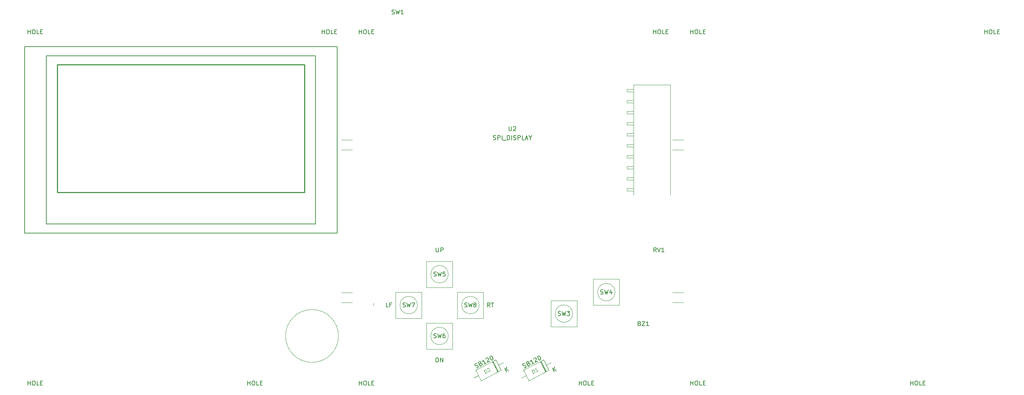
<source format=gbr>
G04 #@! TF.GenerationSoftware,KiCad,Pcbnew,(5.1.9-0-10_14)*
G04 #@! TF.CreationDate,2021-07-12T01:18:58-07:00*
G04 #@! TF.ProjectId,system,73797374-656d-42e6-9b69-6361645f7063,1.0-dev6*
G04 #@! TF.SameCoordinates,Original*
G04 #@! TF.FileFunction,Other,Fab,Top*
%FSLAX46Y46*%
G04 Gerber Fmt 4.6, Leading zero omitted, Abs format (unit mm)*
G04 Created by KiCad (PCBNEW (5.1.9-0-10_14)) date 2021-07-12 01:18:58*
%MOMM*%
%LPD*%
G01*
G04 APERTURE LIST*
%ADD10C,0.100000*%
%ADD11C,0.250000*%
%ADD12C,0.200000*%
%ADD13C,0.150000*%
%ADD14C,0.120000*%
G04 APERTURE END LIST*
D10*
X107696000Y-132669000D02*
X107696000Y-133269000D01*
X166116000Y-83866000D02*
X167636000Y-83866000D01*
X166116000Y-83266000D02*
X166116000Y-83866000D01*
X167636000Y-83266000D02*
X166116000Y-83266000D01*
X166116000Y-104186000D02*
X167636000Y-104186000D01*
X166116000Y-103586000D02*
X166116000Y-104186000D01*
X167636000Y-103586000D02*
X166116000Y-103586000D01*
X167636000Y-106126000D02*
X166116000Y-106126000D01*
X166116000Y-106726000D02*
X167636000Y-106726000D01*
X167640000Y-100076000D02*
X167636000Y-101046000D01*
X167636000Y-107696000D02*
X167636000Y-101046000D01*
X176146000Y-100076000D02*
X176146000Y-107696000D01*
X166116000Y-106126000D02*
X166116000Y-106726000D01*
X166116000Y-101046000D02*
X166116000Y-101646000D01*
X166116000Y-101646000D02*
X167636000Y-101646000D01*
X167636000Y-101046000D02*
X166116000Y-101046000D01*
X166116000Y-85806000D02*
X166116000Y-86406000D01*
X166116000Y-86406000D02*
X167636000Y-86406000D01*
X167636000Y-85806000D02*
X166116000Y-85806000D01*
X166116000Y-98506000D02*
X166116000Y-99106000D01*
X167636000Y-98506000D02*
X166116000Y-98506000D01*
X166116000Y-99106000D02*
X167636000Y-99106000D01*
X176146000Y-82296000D02*
X167640000Y-82296000D01*
X166116000Y-88346000D02*
X166116000Y-88946000D01*
X167636000Y-88346000D02*
X166116000Y-88346000D01*
X166116000Y-88946000D02*
X167636000Y-88946000D01*
X166116000Y-90886000D02*
X166116000Y-91486000D01*
X167636000Y-90886000D02*
X166116000Y-90886000D01*
X166116000Y-91486000D02*
X167636000Y-91486000D01*
X166116000Y-93426000D02*
X166116000Y-94026000D01*
X167636000Y-93426000D02*
X166116000Y-93426000D01*
X166116000Y-94026000D02*
X167636000Y-94026000D01*
X166116000Y-95966000D02*
X166116000Y-96566000D01*
X167636000Y-95966000D02*
X166116000Y-95966000D01*
X166116000Y-96566000D02*
X167636000Y-96566000D01*
X176146000Y-82296000D02*
X176146000Y-100076000D01*
X167636000Y-100076000D02*
X167640000Y-82296000D01*
X147536910Y-148411646D02*
X146290189Y-146016716D01*
X147359508Y-148503995D02*
X146112787Y-146109066D01*
X147448209Y-148457820D02*
X146201488Y-146062891D01*
X141830977Y-149860000D02*
X142904261Y-149301285D01*
X148590000Y-146341476D02*
X147516717Y-146900192D01*
X143527621Y-150498749D02*
X148140078Y-148097656D01*
X142280900Y-148103820D02*
X143527621Y-150498749D01*
X146893356Y-145702727D02*
X142280900Y-148103820D01*
X148140078Y-148097656D02*
X146893356Y-145702727D01*
X136515933Y-148411646D02*
X135269212Y-146016716D01*
X136338531Y-148503995D02*
X135091810Y-146109066D01*
X136427232Y-148457820D02*
X135180511Y-146062891D01*
X130810000Y-149860000D02*
X131883284Y-149301285D01*
X137569023Y-146341476D02*
X136495740Y-146900192D01*
X132506644Y-150498749D02*
X137119101Y-148097656D01*
X131259923Y-148103820D02*
X132506644Y-150498749D01*
X135872379Y-145702727D02*
X131259923Y-148103820D01*
X137119101Y-148097656D02*
X135872379Y-145702727D01*
D11*
X91809500Y-77596000D02*
X91809500Y-107096000D01*
X34809500Y-77596000D02*
X34809500Y-107096000D01*
D12*
X32309500Y-114396000D02*
X94309500Y-114396000D01*
X94309500Y-75596000D02*
X94309500Y-114396000D01*
X32309500Y-75596000D02*
X32309500Y-114396000D01*
X32309500Y-75596000D02*
X94309500Y-75596000D01*
D11*
X34809500Y-107096000D02*
X91809500Y-107096000D01*
X34809500Y-77596000D02*
X91809500Y-77596000D01*
D13*
X27309500Y-73496000D02*
X27309500Y-116496000D01*
X99309500Y-73496000D02*
X99309500Y-116496000D01*
X27309500Y-116496000D02*
X99309500Y-116496000D01*
X27309500Y-73496000D02*
X99309500Y-73496000D01*
D14*
X99635500Y-140208000D02*
G75*
G03*
X99635500Y-140208000I-6100000J0D01*
G01*
D10*
X153617564Y-135053000D02*
G75*
G03*
X153617564Y-135053000I-2015564J0D01*
G01*
X148602000Y-138053000D02*
X148602000Y-135053000D01*
X154602000Y-138053000D02*
X148602000Y-138053000D01*
X154602000Y-132053000D02*
X154602000Y-138053000D01*
X148602000Y-132053000D02*
X154602000Y-132053000D01*
X148602000Y-135053000D02*
X148602000Y-132053000D01*
X163396564Y-130100000D02*
G75*
G03*
X163396564Y-130100000I-2015564J0D01*
G01*
X158381000Y-133100000D02*
X158381000Y-130100000D01*
X164381000Y-133100000D02*
X158381000Y-133100000D01*
X164381000Y-127100000D02*
X164381000Y-133100000D01*
X158381000Y-127100000D02*
X164381000Y-127100000D01*
X158381000Y-130100000D02*
X158381000Y-127100000D01*
X124951564Y-125984000D02*
G75*
G03*
X124951564Y-125984000I-2015564J0D01*
G01*
X119936000Y-128984000D02*
X119936000Y-125984000D01*
X125936000Y-128984000D02*
X119936000Y-128984000D01*
X125936000Y-122984000D02*
X125936000Y-128984000D01*
X119936000Y-122984000D02*
X125936000Y-122984000D01*
X119936000Y-125984000D02*
X119936000Y-122984000D01*
X124951564Y-140208000D02*
G75*
G03*
X124951564Y-140208000I-2015564J0D01*
G01*
X125936000Y-137208000D02*
X125936000Y-140208000D01*
X119936000Y-137208000D02*
X125936000Y-137208000D01*
X119936000Y-143208000D02*
X119936000Y-137208000D01*
X125936000Y-143208000D02*
X119936000Y-143208000D01*
X125936000Y-140208000D02*
X125936000Y-143208000D01*
X117839564Y-133096000D02*
G75*
G03*
X117839564Y-133096000I-2015564J0D01*
G01*
X112824000Y-136096000D02*
X112824000Y-133096000D01*
X118824000Y-136096000D02*
X112824000Y-136096000D01*
X118824000Y-130096000D02*
X118824000Y-136096000D01*
X112824000Y-130096000D02*
X118824000Y-130096000D01*
X112824000Y-133096000D02*
X112824000Y-130096000D01*
X132063564Y-133096000D02*
G75*
G03*
X132063564Y-133096000I-2015564J0D01*
G01*
X133048000Y-130096000D02*
X133048000Y-133096000D01*
X127048000Y-130096000D02*
X133048000Y-130096000D01*
X127048000Y-136096000D02*
X127048000Y-130096000D01*
X133048000Y-136096000D02*
X127048000Y-136096000D01*
X133048000Y-133096000D02*
X133048000Y-136096000D01*
X179165000Y-132461000D02*
X176625000Y-132461000D01*
X179165000Y-130175000D02*
X176625000Y-130175000D01*
X179165000Y-94996000D02*
X176625000Y-94996000D01*
X179165000Y-97282000D02*
X176625000Y-97282000D01*
X100235000Y-94996000D02*
X102775000Y-94996000D01*
X100235000Y-97282000D02*
X102775000Y-97282000D01*
X100235000Y-132461000D02*
X102775000Y-132461000D01*
X100235000Y-130175000D02*
X102775000Y-130175000D01*
D13*
X142454384Y-147601746D02*
X142603088Y-147578021D01*
X142814281Y-147468080D01*
X142876770Y-147381866D01*
X142897021Y-147317639D01*
X142895284Y-147211174D01*
X142851308Y-147126697D01*
X142765093Y-147064207D01*
X142700866Y-147043957D01*
X142594401Y-147045694D01*
X142403458Y-147091408D01*
X142296993Y-147093145D01*
X142232767Y-147072895D01*
X142146552Y-147010405D01*
X142102576Y-146925928D01*
X142100838Y-146819463D01*
X142121089Y-146755236D01*
X142183578Y-146669022D01*
X142394771Y-146559082D01*
X142543475Y-146535356D01*
X143417185Y-146563695D02*
X143565889Y-146539970D01*
X143630116Y-146560220D01*
X143716330Y-146622709D01*
X143782294Y-146749425D01*
X143784032Y-146855891D01*
X143763781Y-146920117D01*
X143701292Y-147006332D01*
X143363383Y-147182236D01*
X142901635Y-146295225D01*
X143197305Y-146141309D01*
X143303770Y-146139572D01*
X143367997Y-146159822D01*
X143454211Y-146222311D01*
X143498187Y-146306789D01*
X143499925Y-146413254D01*
X143479674Y-146477480D01*
X143417185Y-146563695D01*
X143121515Y-146717611D01*
X144715019Y-146478619D02*
X144208155Y-146742475D01*
X144461587Y-146610547D02*
X143999838Y-145723536D01*
X143981325Y-145894228D01*
X143940824Y-146022682D01*
X143878335Y-146108896D01*
X144635155Y-145500181D02*
X144655406Y-145435955D01*
X144717895Y-145349740D01*
X144929088Y-145239800D01*
X145035553Y-145238062D01*
X145099780Y-145258313D01*
X145185994Y-145320802D01*
X145229971Y-145405279D01*
X145253696Y-145553983D01*
X145010689Y-146324703D01*
X145559791Y-146038859D01*
X145647144Y-144866003D02*
X145731622Y-144822027D01*
X145838087Y-144820290D01*
X145902313Y-144840540D01*
X145988528Y-144903030D01*
X146118719Y-145049996D01*
X146228659Y-145261189D01*
X146274372Y-145452132D01*
X146276110Y-145558597D01*
X146255859Y-145622823D01*
X146193370Y-145709038D01*
X146108893Y-145753014D01*
X146002428Y-145754752D01*
X145938201Y-145734501D01*
X145851986Y-145672012D01*
X145721796Y-145525045D01*
X145611855Y-145313852D01*
X145566142Y-145122910D01*
X145564405Y-145016445D01*
X145584655Y-144952218D01*
X145647144Y-144866003D01*
X149397721Y-148460295D02*
X148935973Y-147573285D01*
X149904585Y-148196439D02*
X149260581Y-147887468D01*
X149442836Y-147309428D02*
X149199829Y-148080148D01*
D14*
X144587735Y-148832928D02*
X144218336Y-148123319D01*
X144387290Y-148035367D01*
X144506253Y-148016386D01*
X144609016Y-148048787D01*
X144677988Y-148098779D01*
X144782140Y-148216352D01*
X144834912Y-148317724D01*
X144871482Y-148470478D01*
X144872872Y-148555651D01*
X144840471Y-148658413D01*
X144756689Y-148744975D01*
X144587735Y-148832928D01*
X145669043Y-148270034D02*
X145263553Y-148481119D01*
X145466298Y-148375576D02*
X145096899Y-147665968D01*
X145082088Y-147802521D01*
X145049688Y-147905284D01*
X144999696Y-147974256D01*
D13*
X131433407Y-147601746D02*
X131582111Y-147578021D01*
X131793304Y-147468080D01*
X131855793Y-147381866D01*
X131876044Y-147317639D01*
X131874307Y-147211174D01*
X131830331Y-147126697D01*
X131744116Y-147064207D01*
X131679889Y-147043957D01*
X131573424Y-147045694D01*
X131382481Y-147091408D01*
X131276016Y-147093145D01*
X131211790Y-147072895D01*
X131125575Y-147010405D01*
X131081599Y-146925928D01*
X131079861Y-146819463D01*
X131100112Y-146755236D01*
X131162601Y-146669022D01*
X131373794Y-146559082D01*
X131522498Y-146535356D01*
X132396208Y-146563695D02*
X132544912Y-146539970D01*
X132609139Y-146560220D01*
X132695353Y-146622709D01*
X132761317Y-146749425D01*
X132763055Y-146855891D01*
X132742804Y-146920117D01*
X132680315Y-147006332D01*
X132342406Y-147182236D01*
X131880658Y-146295225D01*
X132176328Y-146141309D01*
X132282793Y-146139572D01*
X132347020Y-146159822D01*
X132433234Y-146222311D01*
X132477210Y-146306789D01*
X132478948Y-146413254D01*
X132458697Y-146477480D01*
X132396208Y-146563695D01*
X132100538Y-146717611D01*
X133694042Y-146478619D02*
X133187178Y-146742475D01*
X133440610Y-146610547D02*
X132978861Y-145723536D01*
X132960348Y-145894228D01*
X132919847Y-146022682D01*
X132857358Y-146108896D01*
X133614178Y-145500181D02*
X133634429Y-145435955D01*
X133696918Y-145349740D01*
X133908111Y-145239800D01*
X134014576Y-145238062D01*
X134078803Y-145258313D01*
X134165017Y-145320802D01*
X134208994Y-145405279D01*
X134232719Y-145553983D01*
X133989712Y-146324703D01*
X134538814Y-146038859D01*
X134626167Y-144866003D02*
X134710645Y-144822027D01*
X134817110Y-144820290D01*
X134881336Y-144840540D01*
X134967551Y-144903030D01*
X135097742Y-145049996D01*
X135207682Y-145261189D01*
X135253395Y-145452132D01*
X135255133Y-145558597D01*
X135234882Y-145622823D01*
X135172393Y-145709038D01*
X135087916Y-145753014D01*
X134981451Y-145754752D01*
X134917224Y-145734501D01*
X134831009Y-145672012D01*
X134700819Y-145525045D01*
X134590878Y-145313852D01*
X134545165Y-145122910D01*
X134543428Y-145016445D01*
X134563678Y-144952218D01*
X134626167Y-144866003D01*
X138376744Y-148460295D02*
X137914996Y-147573285D01*
X138883608Y-148196439D02*
X138239604Y-147887468D01*
X138421859Y-147309428D02*
X138178852Y-148080148D01*
D14*
X133566758Y-148832928D02*
X133197359Y-148123319D01*
X133366313Y-148035367D01*
X133485276Y-148016386D01*
X133588039Y-148048787D01*
X133657011Y-148098779D01*
X133761163Y-148216352D01*
X133813935Y-148317724D01*
X133850505Y-148470478D01*
X133851895Y-148555651D01*
X133819494Y-148658413D01*
X133735712Y-148744975D01*
X133566758Y-148832928D01*
X133908357Y-147839092D02*
X133924558Y-147787711D01*
X133974549Y-147718739D01*
X134143504Y-147630787D01*
X134228676Y-147629397D01*
X134280057Y-147645597D01*
X134349029Y-147695589D01*
X134384210Y-147763171D01*
X134403190Y-147882134D01*
X134208785Y-148498709D01*
X134648066Y-148270034D01*
D13*
X138938095Y-91908380D02*
X138938095Y-92717904D01*
X138985714Y-92813142D01*
X139033333Y-92860761D01*
X139128571Y-92908380D01*
X139319047Y-92908380D01*
X139414285Y-92860761D01*
X139461904Y-92813142D01*
X139509523Y-92717904D01*
X139509523Y-91908380D01*
X139938095Y-92003619D02*
X139985714Y-91956000D01*
X140080952Y-91908380D01*
X140319047Y-91908380D01*
X140414285Y-91956000D01*
X140461904Y-92003619D01*
X140509523Y-92098857D01*
X140509523Y-92194095D01*
X140461904Y-92336952D01*
X139890476Y-92908380D01*
X140509523Y-92908380D01*
X135319047Y-94900761D02*
X135461904Y-94948380D01*
X135700000Y-94948380D01*
X135795238Y-94900761D01*
X135842857Y-94853142D01*
X135890476Y-94757904D01*
X135890476Y-94662666D01*
X135842857Y-94567428D01*
X135795238Y-94519809D01*
X135700000Y-94472190D01*
X135509523Y-94424571D01*
X135414285Y-94376952D01*
X135366666Y-94329333D01*
X135319047Y-94234095D01*
X135319047Y-94138857D01*
X135366666Y-94043619D01*
X135414285Y-93996000D01*
X135509523Y-93948380D01*
X135747619Y-93948380D01*
X135890476Y-93996000D01*
X136319047Y-94948380D02*
X136319047Y-93948380D01*
X136700000Y-93948380D01*
X136795238Y-93996000D01*
X136842857Y-94043619D01*
X136890476Y-94138857D01*
X136890476Y-94281714D01*
X136842857Y-94376952D01*
X136795238Y-94424571D01*
X136700000Y-94472190D01*
X136319047Y-94472190D01*
X137319047Y-94948380D02*
X137319047Y-93948380D01*
X137557142Y-95043619D02*
X138319047Y-95043619D01*
X138557142Y-94948380D02*
X138557142Y-93948380D01*
X138795238Y-93948380D01*
X138938095Y-93996000D01*
X139033333Y-94091238D01*
X139080952Y-94186476D01*
X139128571Y-94376952D01*
X139128571Y-94519809D01*
X139080952Y-94710285D01*
X139033333Y-94805523D01*
X138938095Y-94900761D01*
X138795238Y-94948380D01*
X138557142Y-94948380D01*
X139557142Y-94948380D02*
X139557142Y-93948380D01*
X139985714Y-94900761D02*
X140128571Y-94948380D01*
X140366666Y-94948380D01*
X140461904Y-94900761D01*
X140509523Y-94853142D01*
X140557142Y-94757904D01*
X140557142Y-94662666D01*
X140509523Y-94567428D01*
X140461904Y-94519809D01*
X140366666Y-94472190D01*
X140176190Y-94424571D01*
X140080952Y-94376952D01*
X140033333Y-94329333D01*
X139985714Y-94234095D01*
X139985714Y-94138857D01*
X140033333Y-94043619D01*
X140080952Y-93996000D01*
X140176190Y-93948380D01*
X140414285Y-93948380D01*
X140557142Y-93996000D01*
X140985714Y-94948380D02*
X140985714Y-93948380D01*
X141366666Y-93948380D01*
X141461904Y-93996000D01*
X141509523Y-94043619D01*
X141557142Y-94138857D01*
X141557142Y-94281714D01*
X141509523Y-94376952D01*
X141461904Y-94424571D01*
X141366666Y-94472190D01*
X140985714Y-94472190D01*
X142461904Y-94948380D02*
X141985714Y-94948380D01*
X141985714Y-93948380D01*
X142747619Y-94662666D02*
X143223809Y-94662666D01*
X142652380Y-94948380D02*
X142985714Y-93948380D01*
X143319047Y-94948380D01*
X143842857Y-94472190D02*
X143842857Y-94948380D01*
X143509523Y-93948380D02*
X143842857Y-94472190D01*
X144176190Y-93948380D01*
X150268666Y-135457761D02*
X150411523Y-135505380D01*
X150649619Y-135505380D01*
X150744857Y-135457761D01*
X150792476Y-135410142D01*
X150840095Y-135314904D01*
X150840095Y-135219666D01*
X150792476Y-135124428D01*
X150744857Y-135076809D01*
X150649619Y-135029190D01*
X150459142Y-134981571D01*
X150363904Y-134933952D01*
X150316285Y-134886333D01*
X150268666Y-134791095D01*
X150268666Y-134695857D01*
X150316285Y-134600619D01*
X150363904Y-134553000D01*
X150459142Y-134505380D01*
X150697238Y-134505380D01*
X150840095Y-134553000D01*
X151173428Y-134505380D02*
X151411523Y-135505380D01*
X151602000Y-134791095D01*
X151792476Y-135505380D01*
X152030571Y-134505380D01*
X152316285Y-134505380D02*
X152935333Y-134505380D01*
X152602000Y-134886333D01*
X152744857Y-134886333D01*
X152840095Y-134933952D01*
X152887714Y-134981571D01*
X152935333Y-135076809D01*
X152935333Y-135314904D01*
X152887714Y-135410142D01*
X152840095Y-135457761D01*
X152744857Y-135505380D01*
X152459142Y-135505380D01*
X152363904Y-135457761D01*
X152316285Y-135410142D01*
X160047666Y-130504761D02*
X160190523Y-130552380D01*
X160428619Y-130552380D01*
X160523857Y-130504761D01*
X160571476Y-130457142D01*
X160619095Y-130361904D01*
X160619095Y-130266666D01*
X160571476Y-130171428D01*
X160523857Y-130123809D01*
X160428619Y-130076190D01*
X160238142Y-130028571D01*
X160142904Y-129980952D01*
X160095285Y-129933333D01*
X160047666Y-129838095D01*
X160047666Y-129742857D01*
X160095285Y-129647619D01*
X160142904Y-129600000D01*
X160238142Y-129552380D01*
X160476238Y-129552380D01*
X160619095Y-129600000D01*
X160952428Y-129552380D02*
X161190523Y-130552380D01*
X161381000Y-129838095D01*
X161571476Y-130552380D01*
X161809571Y-129552380D01*
X162619095Y-129885714D02*
X162619095Y-130552380D01*
X162381000Y-129504761D02*
X162142904Y-130219047D01*
X162761952Y-130219047D01*
X122150285Y-119848380D02*
X122150285Y-120657904D01*
X122197904Y-120753142D01*
X122245523Y-120800761D01*
X122340761Y-120848380D01*
X122531238Y-120848380D01*
X122626476Y-120800761D01*
X122674095Y-120753142D01*
X122721714Y-120657904D01*
X122721714Y-119848380D01*
X123197904Y-120848380D02*
X123197904Y-119848380D01*
X123578857Y-119848380D01*
X123674095Y-119896000D01*
X123721714Y-119943619D01*
X123769333Y-120038857D01*
X123769333Y-120181714D01*
X123721714Y-120276952D01*
X123674095Y-120324571D01*
X123578857Y-120372190D01*
X123197904Y-120372190D01*
X121602666Y-126388761D02*
X121745523Y-126436380D01*
X121983619Y-126436380D01*
X122078857Y-126388761D01*
X122126476Y-126341142D01*
X122174095Y-126245904D01*
X122174095Y-126150666D01*
X122126476Y-126055428D01*
X122078857Y-126007809D01*
X121983619Y-125960190D01*
X121793142Y-125912571D01*
X121697904Y-125864952D01*
X121650285Y-125817333D01*
X121602666Y-125722095D01*
X121602666Y-125626857D01*
X121650285Y-125531619D01*
X121697904Y-125484000D01*
X121793142Y-125436380D01*
X122031238Y-125436380D01*
X122174095Y-125484000D01*
X122507428Y-125436380D02*
X122745523Y-126436380D01*
X122936000Y-125722095D01*
X123126476Y-126436380D01*
X123364571Y-125436380D01*
X124221714Y-125436380D02*
X123745523Y-125436380D01*
X123697904Y-125912571D01*
X123745523Y-125864952D01*
X123840761Y-125817333D01*
X124078857Y-125817333D01*
X124174095Y-125864952D01*
X124221714Y-125912571D01*
X124269333Y-126007809D01*
X124269333Y-126245904D01*
X124221714Y-126341142D01*
X124174095Y-126388761D01*
X124078857Y-126436380D01*
X123840761Y-126436380D01*
X123745523Y-126388761D01*
X123697904Y-126341142D01*
X122150285Y-146248380D02*
X122150285Y-145248380D01*
X122388380Y-145248380D01*
X122531238Y-145296000D01*
X122626476Y-145391238D01*
X122674095Y-145486476D01*
X122721714Y-145676952D01*
X122721714Y-145819809D01*
X122674095Y-146010285D01*
X122626476Y-146105523D01*
X122531238Y-146200761D01*
X122388380Y-146248380D01*
X122150285Y-146248380D01*
X123150285Y-146248380D02*
X123150285Y-145248380D01*
X123721714Y-146248380D01*
X123721714Y-145248380D01*
X121602666Y-140612761D02*
X121745523Y-140660380D01*
X121983619Y-140660380D01*
X122078857Y-140612761D01*
X122126476Y-140565142D01*
X122174095Y-140469904D01*
X122174095Y-140374666D01*
X122126476Y-140279428D01*
X122078857Y-140231809D01*
X121983619Y-140184190D01*
X121793142Y-140136571D01*
X121697904Y-140088952D01*
X121650285Y-140041333D01*
X121602666Y-139946095D01*
X121602666Y-139850857D01*
X121650285Y-139755619D01*
X121697904Y-139708000D01*
X121793142Y-139660380D01*
X122031238Y-139660380D01*
X122174095Y-139708000D01*
X122507428Y-139660380D02*
X122745523Y-140660380D01*
X122936000Y-139946095D01*
X123126476Y-140660380D01*
X123364571Y-139660380D01*
X124174095Y-139660380D02*
X123983619Y-139660380D01*
X123888380Y-139708000D01*
X123840761Y-139755619D01*
X123745523Y-139898476D01*
X123697904Y-140088952D01*
X123697904Y-140469904D01*
X123745523Y-140565142D01*
X123793142Y-140612761D01*
X123888380Y-140660380D01*
X124078857Y-140660380D01*
X124174095Y-140612761D01*
X124221714Y-140565142D01*
X124269333Y-140469904D01*
X124269333Y-140231809D01*
X124221714Y-140136571D01*
X124174095Y-140088952D01*
X124078857Y-140041333D01*
X123888380Y-140041333D01*
X123793142Y-140088952D01*
X123745523Y-140136571D01*
X123697904Y-140231809D01*
X111132952Y-133548380D02*
X110656761Y-133548380D01*
X110656761Y-132548380D01*
X111799619Y-133024571D02*
X111466285Y-133024571D01*
X111466285Y-133548380D02*
X111466285Y-132548380D01*
X111942476Y-132548380D01*
X114490666Y-133500761D02*
X114633523Y-133548380D01*
X114871619Y-133548380D01*
X114966857Y-133500761D01*
X115014476Y-133453142D01*
X115062095Y-133357904D01*
X115062095Y-133262666D01*
X115014476Y-133167428D01*
X114966857Y-133119809D01*
X114871619Y-133072190D01*
X114681142Y-133024571D01*
X114585904Y-132976952D01*
X114538285Y-132929333D01*
X114490666Y-132834095D01*
X114490666Y-132738857D01*
X114538285Y-132643619D01*
X114585904Y-132596000D01*
X114681142Y-132548380D01*
X114919238Y-132548380D01*
X115062095Y-132596000D01*
X115395428Y-132548380D02*
X115633523Y-133548380D01*
X115824000Y-132834095D01*
X116014476Y-133548380D01*
X116252571Y-132548380D01*
X116538285Y-132548380D02*
X117204952Y-132548380D01*
X116776380Y-133548380D01*
X134548571Y-133548380D02*
X134215238Y-133072190D01*
X133977142Y-133548380D02*
X133977142Y-132548380D01*
X134358095Y-132548380D01*
X134453333Y-132596000D01*
X134500952Y-132643619D01*
X134548571Y-132738857D01*
X134548571Y-132881714D01*
X134500952Y-132976952D01*
X134453333Y-133024571D01*
X134358095Y-133072190D01*
X133977142Y-133072190D01*
X134834285Y-132548380D02*
X135405714Y-132548380D01*
X135120000Y-133548380D02*
X135120000Y-132548380D01*
X128714666Y-133500761D02*
X128857523Y-133548380D01*
X129095619Y-133548380D01*
X129190857Y-133500761D01*
X129238476Y-133453142D01*
X129286095Y-133357904D01*
X129286095Y-133262666D01*
X129238476Y-133167428D01*
X129190857Y-133119809D01*
X129095619Y-133072190D01*
X128905142Y-133024571D01*
X128809904Y-132976952D01*
X128762285Y-132929333D01*
X128714666Y-132834095D01*
X128714666Y-132738857D01*
X128762285Y-132643619D01*
X128809904Y-132596000D01*
X128905142Y-132548380D01*
X129143238Y-132548380D01*
X129286095Y-132596000D01*
X129619428Y-132548380D02*
X129857523Y-133548380D01*
X130048000Y-132834095D01*
X130238476Y-133548380D01*
X130476571Y-132548380D01*
X131000380Y-132976952D02*
X130905142Y-132929333D01*
X130857523Y-132881714D01*
X130809904Y-132786476D01*
X130809904Y-132738857D01*
X130857523Y-132643619D01*
X130905142Y-132596000D01*
X131000380Y-132548380D01*
X131190857Y-132548380D01*
X131286095Y-132596000D01*
X131333714Y-132643619D01*
X131381333Y-132738857D01*
X131381333Y-132786476D01*
X131333714Y-132881714D01*
X131286095Y-132929333D01*
X131190857Y-132976952D01*
X131000380Y-132976952D01*
X130905142Y-133024571D01*
X130857523Y-133072190D01*
X130809904Y-133167428D01*
X130809904Y-133357904D01*
X130857523Y-133453142D01*
X130905142Y-133500761D01*
X131000380Y-133548380D01*
X131190857Y-133548380D01*
X131286095Y-133500761D01*
X131333714Y-133453142D01*
X131381333Y-133357904D01*
X131381333Y-133167428D01*
X131333714Y-133072190D01*
X131286095Y-133024571D01*
X131190857Y-132976952D01*
X248632833Y-70556380D02*
X248632833Y-69556380D01*
X248632833Y-70032571D02*
X249204261Y-70032571D01*
X249204261Y-70556380D02*
X249204261Y-69556380D01*
X249870928Y-69556380D02*
X250061404Y-69556380D01*
X250156642Y-69604000D01*
X250251880Y-69699238D01*
X250299500Y-69889714D01*
X250299500Y-70223047D01*
X250251880Y-70413523D01*
X250156642Y-70508761D01*
X250061404Y-70556380D01*
X249870928Y-70556380D01*
X249775690Y-70508761D01*
X249680452Y-70413523D01*
X249632833Y-70223047D01*
X249632833Y-69889714D01*
X249680452Y-69699238D01*
X249775690Y-69604000D01*
X249870928Y-69556380D01*
X251204261Y-70556380D02*
X250728071Y-70556380D01*
X250728071Y-69556380D01*
X251537595Y-70032571D02*
X251870928Y-70032571D01*
X252013785Y-70556380D02*
X251537595Y-70556380D01*
X251537595Y-69556380D01*
X252013785Y-69556380D01*
X231487833Y-151582380D02*
X231487833Y-150582380D01*
X231487833Y-151058571D02*
X232059261Y-151058571D01*
X232059261Y-151582380D02*
X232059261Y-150582380D01*
X232725928Y-150582380D02*
X232916404Y-150582380D01*
X233011642Y-150630000D01*
X233106880Y-150725238D01*
X233154500Y-150915714D01*
X233154500Y-151249047D01*
X233106880Y-151439523D01*
X233011642Y-151534761D01*
X232916404Y-151582380D01*
X232725928Y-151582380D01*
X232630690Y-151534761D01*
X232535452Y-151439523D01*
X232487833Y-151249047D01*
X232487833Y-150915714D01*
X232535452Y-150725238D01*
X232630690Y-150630000D01*
X232725928Y-150582380D01*
X234059261Y-151582380D02*
X233583071Y-151582380D01*
X233583071Y-150582380D01*
X234392595Y-151058571D02*
X234725928Y-151058571D01*
X234868785Y-151582380D02*
X234392595Y-151582380D01*
X234392595Y-150582380D01*
X234868785Y-150582380D01*
X180814833Y-70556380D02*
X180814833Y-69556380D01*
X180814833Y-70032571D02*
X181386261Y-70032571D01*
X181386261Y-70556380D02*
X181386261Y-69556380D01*
X182052928Y-69556380D02*
X182243404Y-69556380D01*
X182338642Y-69604000D01*
X182433880Y-69699238D01*
X182481500Y-69889714D01*
X182481500Y-70223047D01*
X182433880Y-70413523D01*
X182338642Y-70508761D01*
X182243404Y-70556380D01*
X182052928Y-70556380D01*
X181957690Y-70508761D01*
X181862452Y-70413523D01*
X181814833Y-70223047D01*
X181814833Y-69889714D01*
X181862452Y-69699238D01*
X181957690Y-69604000D01*
X182052928Y-69556380D01*
X183386261Y-70556380D02*
X182910071Y-70556380D01*
X182910071Y-69556380D01*
X183719595Y-70032571D02*
X184052928Y-70032571D01*
X184195785Y-70556380D02*
X183719595Y-70556380D01*
X183719595Y-69556380D01*
X184195785Y-69556380D01*
X180814833Y-151582380D02*
X180814833Y-150582380D01*
X180814833Y-151058571D02*
X181386261Y-151058571D01*
X181386261Y-151582380D02*
X181386261Y-150582380D01*
X182052928Y-150582380D02*
X182243404Y-150582380D01*
X182338642Y-150630000D01*
X182433880Y-150725238D01*
X182481500Y-150915714D01*
X182481500Y-151249047D01*
X182433880Y-151439523D01*
X182338642Y-151534761D01*
X182243404Y-151582380D01*
X182052928Y-151582380D01*
X181957690Y-151534761D01*
X181862452Y-151439523D01*
X181814833Y-151249047D01*
X181814833Y-150915714D01*
X181862452Y-150725238D01*
X181957690Y-150630000D01*
X182052928Y-150582380D01*
X183386261Y-151582380D02*
X182910071Y-151582380D01*
X182910071Y-150582380D01*
X183719595Y-151058571D02*
X184052928Y-151058571D01*
X184195785Y-151582380D02*
X183719595Y-151582380D01*
X183719595Y-150582380D01*
X184195785Y-150582380D01*
X172886761Y-120848380D02*
X172553428Y-120372190D01*
X172315333Y-120848380D02*
X172315333Y-119848380D01*
X172696285Y-119848380D01*
X172791523Y-119896000D01*
X172839142Y-119943619D01*
X172886761Y-120038857D01*
X172886761Y-120181714D01*
X172839142Y-120276952D01*
X172791523Y-120324571D01*
X172696285Y-120372190D01*
X172315333Y-120372190D01*
X173172476Y-119848380D02*
X173505809Y-120848380D01*
X173839142Y-119848380D01*
X174696285Y-120848380D02*
X174124857Y-120848380D01*
X174410571Y-120848380D02*
X174410571Y-119848380D01*
X174315333Y-119991238D01*
X174220095Y-120086476D01*
X174124857Y-120134095D01*
X95851833Y-70556380D02*
X95851833Y-69556380D01*
X95851833Y-70032571D02*
X96423261Y-70032571D01*
X96423261Y-70556380D02*
X96423261Y-69556380D01*
X97089928Y-69556380D02*
X97280404Y-69556380D01*
X97375642Y-69604000D01*
X97470880Y-69699238D01*
X97518500Y-69889714D01*
X97518500Y-70223047D01*
X97470880Y-70413523D01*
X97375642Y-70508761D01*
X97280404Y-70556380D01*
X97089928Y-70556380D01*
X96994690Y-70508761D01*
X96899452Y-70413523D01*
X96851833Y-70223047D01*
X96851833Y-69889714D01*
X96899452Y-69699238D01*
X96994690Y-69604000D01*
X97089928Y-69556380D01*
X98423261Y-70556380D02*
X97947071Y-70556380D01*
X97947071Y-69556380D01*
X98756595Y-70032571D02*
X99089928Y-70032571D01*
X99232785Y-70556380D02*
X98756595Y-70556380D01*
X98756595Y-69556380D01*
X99232785Y-69556380D01*
X78706833Y-151582380D02*
X78706833Y-150582380D01*
X78706833Y-151058571D02*
X79278261Y-151058571D01*
X79278261Y-151582380D02*
X79278261Y-150582380D01*
X79944928Y-150582380D02*
X80135404Y-150582380D01*
X80230642Y-150630000D01*
X80325880Y-150725238D01*
X80373500Y-150915714D01*
X80373500Y-151249047D01*
X80325880Y-151439523D01*
X80230642Y-151534761D01*
X80135404Y-151582380D01*
X79944928Y-151582380D01*
X79849690Y-151534761D01*
X79754452Y-151439523D01*
X79706833Y-151249047D01*
X79706833Y-150915714D01*
X79754452Y-150725238D01*
X79849690Y-150630000D01*
X79944928Y-150582380D01*
X81278261Y-151582380D02*
X80802071Y-151582380D01*
X80802071Y-150582380D01*
X81611595Y-151058571D02*
X81944928Y-151058571D01*
X82087785Y-151582380D02*
X81611595Y-151582380D01*
X81611595Y-150582380D01*
X82087785Y-150582380D01*
X28033833Y-70556380D02*
X28033833Y-69556380D01*
X28033833Y-70032571D02*
X28605261Y-70032571D01*
X28605261Y-70556380D02*
X28605261Y-69556380D01*
X29271928Y-69556380D02*
X29462404Y-69556380D01*
X29557642Y-69604000D01*
X29652880Y-69699238D01*
X29700500Y-69889714D01*
X29700500Y-70223047D01*
X29652880Y-70413523D01*
X29557642Y-70508761D01*
X29462404Y-70556380D01*
X29271928Y-70556380D01*
X29176690Y-70508761D01*
X29081452Y-70413523D01*
X29033833Y-70223047D01*
X29033833Y-69889714D01*
X29081452Y-69699238D01*
X29176690Y-69604000D01*
X29271928Y-69556380D01*
X30605261Y-70556380D02*
X30129071Y-70556380D01*
X30129071Y-69556380D01*
X30938595Y-70032571D02*
X31271928Y-70032571D01*
X31414785Y-70556380D02*
X30938595Y-70556380D01*
X30938595Y-69556380D01*
X31414785Y-69556380D01*
X28033833Y-151582380D02*
X28033833Y-150582380D01*
X28033833Y-151058571D02*
X28605261Y-151058571D01*
X28605261Y-151582380D02*
X28605261Y-150582380D01*
X29271928Y-150582380D02*
X29462404Y-150582380D01*
X29557642Y-150630000D01*
X29652880Y-150725238D01*
X29700500Y-150915714D01*
X29700500Y-151249047D01*
X29652880Y-151439523D01*
X29557642Y-151534761D01*
X29462404Y-151582380D01*
X29271928Y-151582380D01*
X29176690Y-151534761D01*
X29081452Y-151439523D01*
X29033833Y-151249047D01*
X29033833Y-150915714D01*
X29081452Y-150725238D01*
X29176690Y-150630000D01*
X29271928Y-150582380D01*
X30605261Y-151582380D02*
X30129071Y-151582380D01*
X30129071Y-150582380D01*
X30938595Y-151058571D02*
X31271928Y-151058571D01*
X31414785Y-151582380D02*
X30938595Y-151582380D01*
X30938595Y-150582380D01*
X31414785Y-150582380D01*
X104424333Y-151582380D02*
X104424333Y-150582380D01*
X104424333Y-151058571D02*
X104995761Y-151058571D01*
X104995761Y-151582380D02*
X104995761Y-150582380D01*
X105662428Y-150582380D02*
X105852904Y-150582380D01*
X105948142Y-150630000D01*
X106043380Y-150725238D01*
X106091000Y-150915714D01*
X106091000Y-151249047D01*
X106043380Y-151439523D01*
X105948142Y-151534761D01*
X105852904Y-151582380D01*
X105662428Y-151582380D01*
X105567190Y-151534761D01*
X105471952Y-151439523D01*
X105424333Y-151249047D01*
X105424333Y-150915714D01*
X105471952Y-150725238D01*
X105567190Y-150630000D01*
X105662428Y-150582380D01*
X106995761Y-151582380D02*
X106519571Y-151582380D01*
X106519571Y-150582380D01*
X107329095Y-151058571D02*
X107662428Y-151058571D01*
X107805285Y-151582380D02*
X107329095Y-151582380D01*
X107329095Y-150582380D01*
X107805285Y-150582380D01*
X104424333Y-70556380D02*
X104424333Y-69556380D01*
X104424333Y-70032571D02*
X104995761Y-70032571D01*
X104995761Y-70556380D02*
X104995761Y-69556380D01*
X105662428Y-69556380D02*
X105852904Y-69556380D01*
X105948142Y-69604000D01*
X106043380Y-69699238D01*
X106091000Y-69889714D01*
X106091000Y-70223047D01*
X106043380Y-70413523D01*
X105948142Y-70508761D01*
X105852904Y-70556380D01*
X105662428Y-70556380D01*
X105567190Y-70508761D01*
X105471952Y-70413523D01*
X105424333Y-70223047D01*
X105424333Y-69889714D01*
X105471952Y-69699238D01*
X105567190Y-69604000D01*
X105662428Y-69556380D01*
X106995761Y-70556380D02*
X106519571Y-70556380D01*
X106519571Y-69556380D01*
X107329095Y-70032571D02*
X107662428Y-70032571D01*
X107805285Y-70556380D02*
X107329095Y-70556380D01*
X107329095Y-69556380D01*
X107805285Y-69556380D01*
X155097333Y-151582380D02*
X155097333Y-150582380D01*
X155097333Y-151058571D02*
X155668761Y-151058571D01*
X155668761Y-151582380D02*
X155668761Y-150582380D01*
X156335428Y-150582380D02*
X156525904Y-150582380D01*
X156621142Y-150630000D01*
X156716380Y-150725238D01*
X156764000Y-150915714D01*
X156764000Y-151249047D01*
X156716380Y-151439523D01*
X156621142Y-151534761D01*
X156525904Y-151582380D01*
X156335428Y-151582380D01*
X156240190Y-151534761D01*
X156144952Y-151439523D01*
X156097333Y-151249047D01*
X156097333Y-150915714D01*
X156144952Y-150725238D01*
X156240190Y-150630000D01*
X156335428Y-150582380D01*
X157668761Y-151582380D02*
X157192571Y-151582380D01*
X157192571Y-150582380D01*
X158002095Y-151058571D02*
X158335428Y-151058571D01*
X158478285Y-151582380D02*
X158002095Y-151582380D01*
X158002095Y-150582380D01*
X158478285Y-150582380D01*
X172242333Y-70556380D02*
X172242333Y-69556380D01*
X172242333Y-70032571D02*
X172813761Y-70032571D01*
X172813761Y-70556380D02*
X172813761Y-69556380D01*
X173480428Y-69556380D02*
X173670904Y-69556380D01*
X173766142Y-69604000D01*
X173861380Y-69699238D01*
X173909000Y-69889714D01*
X173909000Y-70223047D01*
X173861380Y-70413523D01*
X173766142Y-70508761D01*
X173670904Y-70556380D01*
X173480428Y-70556380D01*
X173385190Y-70508761D01*
X173289952Y-70413523D01*
X173242333Y-70223047D01*
X173242333Y-69889714D01*
X173289952Y-69699238D01*
X173385190Y-69604000D01*
X173480428Y-69556380D01*
X174813761Y-70556380D02*
X174337571Y-70556380D01*
X174337571Y-69556380D01*
X175147095Y-70032571D02*
X175480428Y-70032571D01*
X175623285Y-70556380D02*
X175147095Y-70556380D01*
X175147095Y-69556380D01*
X175623285Y-69556380D01*
X169045047Y-137342571D02*
X169187904Y-137390190D01*
X169235523Y-137437809D01*
X169283142Y-137533047D01*
X169283142Y-137675904D01*
X169235523Y-137771142D01*
X169187904Y-137818761D01*
X169092666Y-137866380D01*
X168711714Y-137866380D01*
X168711714Y-136866380D01*
X169045047Y-136866380D01*
X169140285Y-136914000D01*
X169187904Y-136961619D01*
X169235523Y-137056857D01*
X169235523Y-137152095D01*
X169187904Y-137247333D01*
X169140285Y-137294952D01*
X169045047Y-137342571D01*
X168711714Y-137342571D01*
X169616476Y-136866380D02*
X170283142Y-136866380D01*
X169616476Y-137866380D01*
X170283142Y-137866380D01*
X171187904Y-137866380D02*
X170616476Y-137866380D01*
X170902190Y-137866380D02*
X170902190Y-136866380D01*
X170806952Y-137009238D01*
X170711714Y-137104476D01*
X170616476Y-137152095D01*
X111950666Y-65936761D02*
X112093523Y-65984380D01*
X112331619Y-65984380D01*
X112426857Y-65936761D01*
X112474476Y-65889142D01*
X112522095Y-65793904D01*
X112522095Y-65698666D01*
X112474476Y-65603428D01*
X112426857Y-65555809D01*
X112331619Y-65508190D01*
X112141142Y-65460571D01*
X112045904Y-65412952D01*
X111998285Y-65365333D01*
X111950666Y-65270095D01*
X111950666Y-65174857D01*
X111998285Y-65079619D01*
X112045904Y-65032000D01*
X112141142Y-64984380D01*
X112379238Y-64984380D01*
X112522095Y-65032000D01*
X112855428Y-64984380D02*
X113093523Y-65984380D01*
X113284000Y-65270095D01*
X113474476Y-65984380D01*
X113712571Y-64984380D01*
X114617333Y-65984380D02*
X114045904Y-65984380D01*
X114331619Y-65984380D02*
X114331619Y-64984380D01*
X114236380Y-65127238D01*
X114141142Y-65222476D01*
X114045904Y-65270095D01*
M02*

</source>
